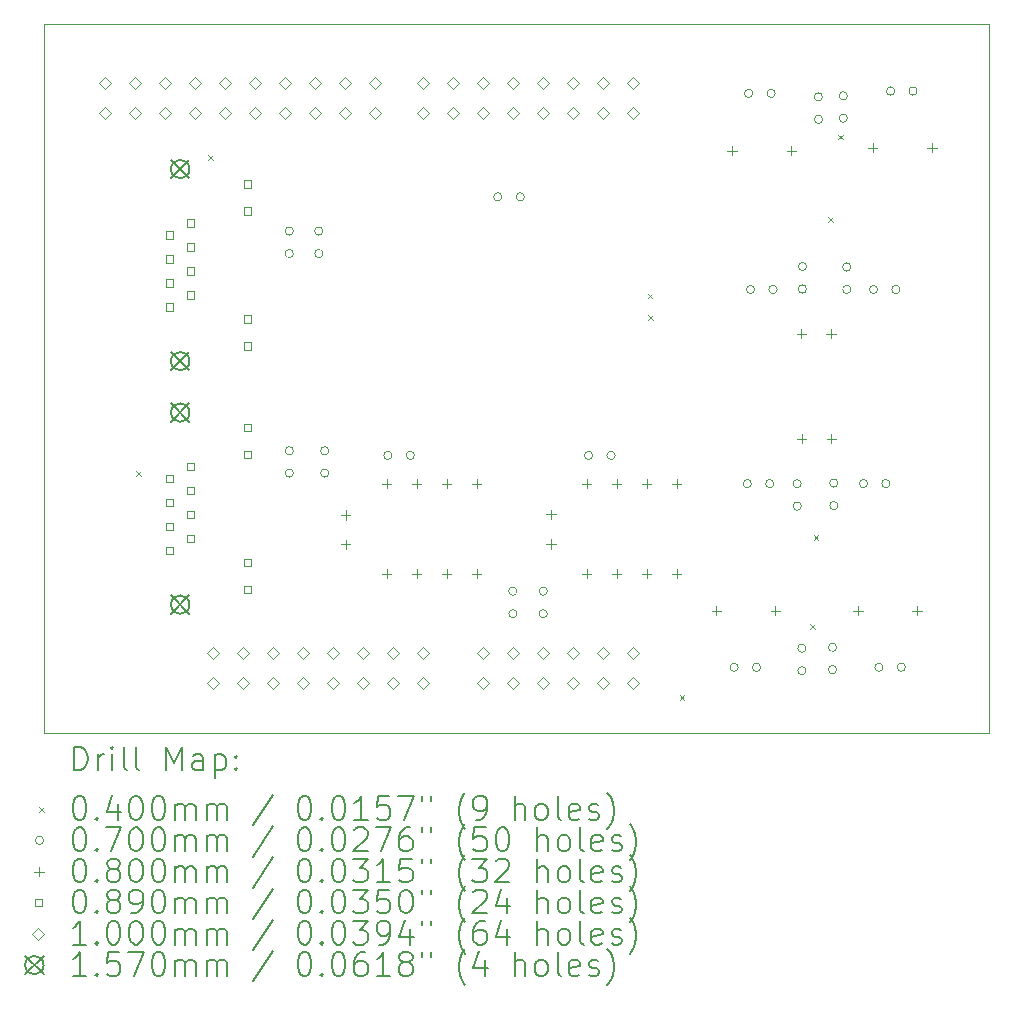
<source format=gbr>
%TF.GenerationSoftware,KiCad,Pcbnew,(6.0.10)*%
%TF.CreationDate,2023-01-13T00:09:33-05:00*%
%TF.ProjectId,shield,73686965-6c64-42e6-9b69-6361645f7063,rev?*%
%TF.SameCoordinates,Original*%
%TF.FileFunction,Drillmap*%
%TF.FilePolarity,Positive*%
%FSLAX45Y45*%
G04 Gerber Fmt 4.5, Leading zero omitted, Abs format (unit mm)*
G04 Created by KiCad (PCBNEW (6.0.10)) date 2023-01-13 00:09:33*
%MOMM*%
%LPD*%
G01*
G04 APERTURE LIST*
%ADD10C,0.100000*%
%ADD11C,0.200000*%
%ADD12C,0.040000*%
%ADD13C,0.070000*%
%ADD14C,0.080000*%
%ADD15C,0.089000*%
%ADD16C,0.157000*%
G04 APERTURE END LIST*
D10*
X7200000Y-6500000D02*
X15200000Y-6500000D01*
X15200000Y-6500000D02*
X15200000Y-12500000D01*
X15200000Y-12500000D02*
X7200000Y-12500000D01*
X7200000Y-12500000D02*
X7200000Y-6500000D01*
D11*
D12*
X7980000Y-10280000D02*
X8020000Y-10320000D01*
X8020000Y-10280000D02*
X7980000Y-10320000D01*
X8590000Y-7605000D02*
X8630000Y-7645000D01*
X8630000Y-7605000D02*
X8590000Y-7645000D01*
X12310000Y-8780000D02*
X12350000Y-8820000D01*
X12350000Y-8780000D02*
X12310000Y-8820000D01*
X12315000Y-8960000D02*
X12355000Y-9000000D01*
X12355000Y-8960000D02*
X12315000Y-9000000D01*
X12580000Y-12180000D02*
X12620000Y-12220000D01*
X12620000Y-12180000D02*
X12580000Y-12220000D01*
X13685000Y-11580000D02*
X13725000Y-11620000D01*
X13725000Y-11580000D02*
X13685000Y-11620000D01*
X13715000Y-10825000D02*
X13755000Y-10865000D01*
X13755000Y-10825000D02*
X13715000Y-10865000D01*
X13835000Y-8135000D02*
X13875000Y-8175000D01*
X13875000Y-8135000D02*
X13835000Y-8175000D01*
X13925000Y-7435000D02*
X13965000Y-7475000D01*
X13965000Y-7435000D02*
X13925000Y-7475000D01*
D13*
X9310000Y-8250500D02*
G75*
G03*
X9310000Y-8250500I-35000J0D01*
G01*
X9310000Y-8440500D02*
G75*
G03*
X9310000Y-8440500I-35000J0D01*
G01*
X9310000Y-10110000D02*
G75*
G03*
X9310000Y-10110000I-35000J0D01*
G01*
X9310000Y-10300000D02*
G75*
G03*
X9310000Y-10300000I-35000J0D01*
G01*
X9560000Y-8250500D02*
G75*
G03*
X9560000Y-8250500I-35000J0D01*
G01*
X9560000Y-8440500D02*
G75*
G03*
X9560000Y-8440500I-35000J0D01*
G01*
X9610000Y-10110000D02*
G75*
G03*
X9610000Y-10110000I-35000J0D01*
G01*
X9610000Y-10300000D02*
G75*
G03*
X9610000Y-10300000I-35000J0D01*
G01*
X10144500Y-10150000D02*
G75*
G03*
X10144500Y-10150000I-35000J0D01*
G01*
X10334500Y-10150000D02*
G75*
G03*
X10334500Y-10150000I-35000J0D01*
G01*
X11075500Y-7960000D02*
G75*
G03*
X11075500Y-7960000I-35000J0D01*
G01*
X11202500Y-11300000D02*
G75*
G03*
X11202500Y-11300000I-35000J0D01*
G01*
X11202500Y-11490000D02*
G75*
G03*
X11202500Y-11490000I-35000J0D01*
G01*
X11265500Y-7960000D02*
G75*
G03*
X11265500Y-7960000I-35000J0D01*
G01*
X11460000Y-11300000D02*
G75*
G03*
X11460000Y-11300000I-35000J0D01*
G01*
X11460000Y-11490000D02*
G75*
G03*
X11460000Y-11490000I-35000J0D01*
G01*
X11844500Y-10150000D02*
G75*
G03*
X11844500Y-10150000I-35000J0D01*
G01*
X12034500Y-10150000D02*
G75*
G03*
X12034500Y-10150000I-35000J0D01*
G01*
X13076000Y-11943750D02*
G75*
G03*
X13076000Y-11943750I-35000J0D01*
G01*
X13188000Y-10388750D02*
G75*
G03*
X13188000Y-10388750I-35000J0D01*
G01*
X13199500Y-7085000D02*
G75*
G03*
X13199500Y-7085000I-35000J0D01*
G01*
X13214500Y-8745000D02*
G75*
G03*
X13214500Y-8745000I-35000J0D01*
G01*
X13266000Y-11943750D02*
G75*
G03*
X13266000Y-11943750I-35000J0D01*
G01*
X13378000Y-10388750D02*
G75*
G03*
X13378000Y-10388750I-35000J0D01*
G01*
X13389500Y-7085000D02*
G75*
G03*
X13389500Y-7085000I-35000J0D01*
G01*
X13404500Y-8745000D02*
G75*
G03*
X13404500Y-8745000I-35000J0D01*
G01*
X13610000Y-10389250D02*
G75*
G03*
X13610000Y-10389250I-35000J0D01*
G01*
X13610000Y-10579250D02*
G75*
G03*
X13610000Y-10579250I-35000J0D01*
G01*
X13650000Y-11782250D02*
G75*
G03*
X13650000Y-11782250I-35000J0D01*
G01*
X13650000Y-11972250D02*
G75*
G03*
X13650000Y-11972250I-35000J0D01*
G01*
X13655000Y-8551000D02*
G75*
G03*
X13655000Y-8551000I-35000J0D01*
G01*
X13655000Y-8741000D02*
G75*
G03*
X13655000Y-8741000I-35000J0D01*
G01*
X13790000Y-7114000D02*
G75*
G03*
X13790000Y-7114000I-35000J0D01*
G01*
X13790000Y-7304000D02*
G75*
G03*
X13790000Y-7304000I-35000J0D01*
G01*
X13910000Y-11774250D02*
G75*
G03*
X13910000Y-11774250I-35000J0D01*
G01*
X13910000Y-11964250D02*
G75*
G03*
X13910000Y-11964250I-35000J0D01*
G01*
X13920000Y-10384250D02*
G75*
G03*
X13920000Y-10384250I-35000J0D01*
G01*
X13920000Y-10574250D02*
G75*
G03*
X13920000Y-10574250I-35000J0D01*
G01*
X14000000Y-7105500D02*
G75*
G03*
X14000000Y-7105500I-35000J0D01*
G01*
X14000000Y-7295500D02*
G75*
G03*
X14000000Y-7295500I-35000J0D01*
G01*
X14030000Y-8554500D02*
G75*
G03*
X14030000Y-8554500I-35000J0D01*
G01*
X14030000Y-8744500D02*
G75*
G03*
X14030000Y-8744500I-35000J0D01*
G01*
X14170500Y-10388750D02*
G75*
G03*
X14170500Y-10388750I-35000J0D01*
G01*
X14255500Y-8745000D02*
G75*
G03*
X14255500Y-8745000I-35000J0D01*
G01*
X14302000Y-11943750D02*
G75*
G03*
X14302000Y-11943750I-35000J0D01*
G01*
X14360500Y-10388750D02*
G75*
G03*
X14360500Y-10388750I-35000J0D01*
G01*
X14400500Y-7065000D02*
G75*
G03*
X14400500Y-7065000I-35000J0D01*
G01*
X14445500Y-8745000D02*
G75*
G03*
X14445500Y-8745000I-35000J0D01*
G01*
X14492000Y-11943750D02*
G75*
G03*
X14492000Y-11943750I-35000J0D01*
G01*
X14590500Y-7065000D02*
G75*
G03*
X14590500Y-7065000I-35000J0D01*
G01*
D14*
X9752000Y-10613400D02*
X9752000Y-10693400D01*
X9712000Y-10653400D02*
X9792000Y-10653400D01*
X9752000Y-10863400D02*
X9752000Y-10943400D01*
X9712000Y-10903400D02*
X9792000Y-10903400D01*
X10100000Y-10348000D02*
X10100000Y-10428000D01*
X10060000Y-10388000D02*
X10140000Y-10388000D01*
X10100000Y-11110000D02*
X10100000Y-11190000D01*
X10060000Y-11150000D02*
X10140000Y-11150000D01*
X10354000Y-10348000D02*
X10354000Y-10428000D01*
X10314000Y-10388000D02*
X10394000Y-10388000D01*
X10354000Y-11110000D02*
X10354000Y-11190000D01*
X10314000Y-11150000D02*
X10394000Y-11150000D01*
X10608000Y-10348000D02*
X10608000Y-10428000D01*
X10568000Y-10388000D02*
X10648000Y-10388000D01*
X10608000Y-11110000D02*
X10608000Y-11190000D01*
X10568000Y-11150000D02*
X10648000Y-11150000D01*
X10862000Y-10348000D02*
X10862000Y-10428000D01*
X10822000Y-10388000D02*
X10902000Y-10388000D01*
X10862000Y-11110000D02*
X10862000Y-11190000D01*
X10822000Y-11150000D02*
X10902000Y-11150000D01*
X11492000Y-10610000D02*
X11492000Y-10690000D01*
X11452000Y-10650000D02*
X11532000Y-10650000D01*
X11492000Y-10860000D02*
X11492000Y-10940000D01*
X11452000Y-10900000D02*
X11532000Y-10900000D01*
X11792000Y-10348000D02*
X11792000Y-10428000D01*
X11752000Y-10388000D02*
X11832000Y-10388000D01*
X11792000Y-11110000D02*
X11792000Y-11190000D01*
X11752000Y-11150000D02*
X11832000Y-11150000D01*
X12046000Y-10348000D02*
X12046000Y-10428000D01*
X12006000Y-10388000D02*
X12086000Y-10388000D01*
X12046000Y-11110000D02*
X12046000Y-11190000D01*
X12006000Y-11150000D02*
X12086000Y-11150000D01*
X12300000Y-10348000D02*
X12300000Y-10428000D01*
X12260000Y-10388000D02*
X12340000Y-10388000D01*
X12300000Y-11110000D02*
X12300000Y-11190000D01*
X12260000Y-11150000D02*
X12340000Y-11150000D01*
X12554000Y-10348000D02*
X12554000Y-10428000D01*
X12514000Y-10388000D02*
X12594000Y-10388000D01*
X12554000Y-11110000D02*
X12554000Y-11190000D01*
X12514000Y-11150000D02*
X12594000Y-11150000D01*
X12891500Y-11423750D02*
X12891500Y-11503750D01*
X12851500Y-11463750D02*
X12931500Y-11463750D01*
X13025000Y-7530000D02*
X13025000Y-7610000D01*
X12985000Y-7570000D02*
X13065000Y-7570000D01*
X13391500Y-11423750D02*
X13391500Y-11503750D01*
X13351500Y-11463750D02*
X13431500Y-11463750D01*
X13525000Y-7530000D02*
X13525000Y-7610000D01*
X13485000Y-7570000D02*
X13565000Y-7570000D01*
X13611022Y-9080000D02*
X13611022Y-9160000D01*
X13571022Y-9120000D02*
X13651022Y-9120000D01*
X13613978Y-9968750D02*
X13613978Y-10048750D01*
X13573978Y-10008750D02*
X13653978Y-10008750D01*
X13861022Y-9080000D02*
X13861022Y-9160000D01*
X13821022Y-9120000D02*
X13901022Y-9120000D01*
X13863978Y-9968750D02*
X13863978Y-10048750D01*
X13823978Y-10008750D02*
X13903978Y-10008750D01*
X14091500Y-11423750D02*
X14091500Y-11503750D01*
X14051500Y-11463750D02*
X14131500Y-11463750D01*
X14215000Y-7505000D02*
X14215000Y-7585000D01*
X14175000Y-7545000D02*
X14255000Y-7545000D01*
X14591500Y-11423750D02*
X14591500Y-11503750D01*
X14551500Y-11463750D02*
X14631500Y-11463750D01*
X14715000Y-7505000D02*
X14715000Y-7585000D01*
X14675000Y-7545000D02*
X14755000Y-7545000D01*
D15*
X8293967Y-8316867D02*
X8293967Y-8253933D01*
X8231033Y-8253933D01*
X8231033Y-8316867D01*
X8293967Y-8316867D01*
X8293967Y-8520067D02*
X8293967Y-8457133D01*
X8231033Y-8457133D01*
X8231033Y-8520067D01*
X8293967Y-8520067D01*
X8293967Y-8723267D02*
X8293967Y-8660333D01*
X8231033Y-8660333D01*
X8231033Y-8723267D01*
X8293967Y-8723267D01*
X8293967Y-8926467D02*
X8293967Y-8863533D01*
X8231033Y-8863533D01*
X8231033Y-8926467D01*
X8293967Y-8926467D01*
X8293967Y-10377867D02*
X8293967Y-10314933D01*
X8231033Y-10314933D01*
X8231033Y-10377867D01*
X8293967Y-10377867D01*
X8293967Y-10581067D02*
X8293967Y-10518133D01*
X8231033Y-10518133D01*
X8231033Y-10581067D01*
X8293967Y-10581067D01*
X8293967Y-10784267D02*
X8293967Y-10721333D01*
X8231033Y-10721333D01*
X8231033Y-10784267D01*
X8293967Y-10784267D01*
X8293967Y-10987467D02*
X8293967Y-10924533D01*
X8231033Y-10924533D01*
X8231033Y-10987467D01*
X8293967Y-10987467D01*
X8471967Y-8215267D02*
X8471967Y-8152333D01*
X8409033Y-8152333D01*
X8409033Y-8215267D01*
X8471967Y-8215267D01*
X8471967Y-8418467D02*
X8471967Y-8355533D01*
X8409033Y-8355533D01*
X8409033Y-8418467D01*
X8471967Y-8418467D01*
X8471967Y-8621667D02*
X8471967Y-8558733D01*
X8409033Y-8558733D01*
X8409033Y-8621667D01*
X8471967Y-8621667D01*
X8471967Y-8824867D02*
X8471967Y-8761933D01*
X8409033Y-8761933D01*
X8409033Y-8824867D01*
X8471967Y-8824867D01*
X8471967Y-10276267D02*
X8471967Y-10213333D01*
X8409033Y-10213333D01*
X8409033Y-10276267D01*
X8471967Y-10276267D01*
X8471967Y-10479467D02*
X8471967Y-10416533D01*
X8409033Y-10416533D01*
X8409033Y-10479467D01*
X8471967Y-10479467D01*
X8471967Y-10682667D02*
X8471967Y-10619733D01*
X8409033Y-10619733D01*
X8409033Y-10682667D01*
X8471967Y-10682667D01*
X8471967Y-10885867D02*
X8471967Y-10822933D01*
X8409033Y-10822933D01*
X8409033Y-10885867D01*
X8471967Y-10885867D01*
X8953967Y-7884467D02*
X8953967Y-7821533D01*
X8891033Y-7821533D01*
X8891033Y-7884467D01*
X8953967Y-7884467D01*
X8953967Y-8113467D02*
X8953967Y-8050533D01*
X8891033Y-8050533D01*
X8891033Y-8113467D01*
X8953967Y-8113467D01*
X8953967Y-9027467D02*
X8953967Y-8964533D01*
X8891033Y-8964533D01*
X8891033Y-9027467D01*
X8953967Y-9027467D01*
X8953967Y-9256467D02*
X8953967Y-9193533D01*
X8891033Y-9193533D01*
X8891033Y-9256467D01*
X8953967Y-9256467D01*
X8953967Y-9945467D02*
X8953967Y-9882533D01*
X8891033Y-9882533D01*
X8891033Y-9945467D01*
X8953967Y-9945467D01*
X8953967Y-10174467D02*
X8953967Y-10111533D01*
X8891033Y-10111533D01*
X8891033Y-10174467D01*
X8953967Y-10174467D01*
X8953967Y-11088467D02*
X8953967Y-11025533D01*
X8891033Y-11025533D01*
X8891033Y-11088467D01*
X8953967Y-11088467D01*
X8953967Y-11317467D02*
X8953967Y-11254533D01*
X8891033Y-11254533D01*
X8891033Y-11317467D01*
X8953967Y-11317467D01*
D10*
X7714000Y-7050000D02*
X7764000Y-7000000D01*
X7714000Y-6950000D01*
X7664000Y-7000000D01*
X7714000Y-7050000D01*
X7714000Y-7304000D02*
X7764000Y-7254000D01*
X7714000Y-7204000D01*
X7664000Y-7254000D01*
X7714000Y-7304000D01*
X7968000Y-7050000D02*
X8018000Y-7000000D01*
X7968000Y-6950000D01*
X7918000Y-7000000D01*
X7968000Y-7050000D01*
X7968000Y-7304000D02*
X8018000Y-7254000D01*
X7968000Y-7204000D01*
X7918000Y-7254000D01*
X7968000Y-7304000D01*
X8222000Y-7050000D02*
X8272000Y-7000000D01*
X8222000Y-6950000D01*
X8172000Y-7000000D01*
X8222000Y-7050000D01*
X8222000Y-7304000D02*
X8272000Y-7254000D01*
X8222000Y-7204000D01*
X8172000Y-7254000D01*
X8222000Y-7304000D01*
X8476000Y-7050000D02*
X8526000Y-7000000D01*
X8476000Y-6950000D01*
X8426000Y-7000000D01*
X8476000Y-7050000D01*
X8476000Y-7304000D02*
X8526000Y-7254000D01*
X8476000Y-7204000D01*
X8426000Y-7254000D01*
X8476000Y-7304000D01*
X8628400Y-11876000D02*
X8678400Y-11826000D01*
X8628400Y-11776000D01*
X8578400Y-11826000D01*
X8628400Y-11876000D01*
X8628400Y-12130000D02*
X8678400Y-12080000D01*
X8628400Y-12030000D01*
X8578400Y-12080000D01*
X8628400Y-12130000D01*
X8730000Y-7050000D02*
X8780000Y-7000000D01*
X8730000Y-6950000D01*
X8680000Y-7000000D01*
X8730000Y-7050000D01*
X8730000Y-7304000D02*
X8780000Y-7254000D01*
X8730000Y-7204000D01*
X8680000Y-7254000D01*
X8730000Y-7304000D01*
X8882400Y-11876000D02*
X8932400Y-11826000D01*
X8882400Y-11776000D01*
X8832400Y-11826000D01*
X8882400Y-11876000D01*
X8882400Y-12130000D02*
X8932400Y-12080000D01*
X8882400Y-12030000D01*
X8832400Y-12080000D01*
X8882400Y-12130000D01*
X8984000Y-7050000D02*
X9034000Y-7000000D01*
X8984000Y-6950000D01*
X8934000Y-7000000D01*
X8984000Y-7050000D01*
X8984000Y-7304000D02*
X9034000Y-7254000D01*
X8984000Y-7204000D01*
X8934000Y-7254000D01*
X8984000Y-7304000D01*
X9136400Y-11876000D02*
X9186400Y-11826000D01*
X9136400Y-11776000D01*
X9086400Y-11826000D01*
X9136400Y-11876000D01*
X9136400Y-12130000D02*
X9186400Y-12080000D01*
X9136400Y-12030000D01*
X9086400Y-12080000D01*
X9136400Y-12130000D01*
X9238000Y-7050000D02*
X9288000Y-7000000D01*
X9238000Y-6950000D01*
X9188000Y-7000000D01*
X9238000Y-7050000D01*
X9238000Y-7304000D02*
X9288000Y-7254000D01*
X9238000Y-7204000D01*
X9188000Y-7254000D01*
X9238000Y-7304000D01*
X9390400Y-11876000D02*
X9440400Y-11826000D01*
X9390400Y-11776000D01*
X9340400Y-11826000D01*
X9390400Y-11876000D01*
X9390400Y-12130000D02*
X9440400Y-12080000D01*
X9390400Y-12030000D01*
X9340400Y-12080000D01*
X9390400Y-12130000D01*
X9492000Y-7050000D02*
X9542000Y-7000000D01*
X9492000Y-6950000D01*
X9442000Y-7000000D01*
X9492000Y-7050000D01*
X9492000Y-7304000D02*
X9542000Y-7254000D01*
X9492000Y-7204000D01*
X9442000Y-7254000D01*
X9492000Y-7304000D01*
X9644400Y-11876000D02*
X9694400Y-11826000D01*
X9644400Y-11776000D01*
X9594400Y-11826000D01*
X9644400Y-11876000D01*
X9644400Y-12130000D02*
X9694400Y-12080000D01*
X9644400Y-12030000D01*
X9594400Y-12080000D01*
X9644400Y-12130000D01*
X9746000Y-7050000D02*
X9796000Y-7000000D01*
X9746000Y-6950000D01*
X9696000Y-7000000D01*
X9746000Y-7050000D01*
X9746000Y-7304000D02*
X9796000Y-7254000D01*
X9746000Y-7204000D01*
X9696000Y-7254000D01*
X9746000Y-7304000D01*
X9898400Y-11876000D02*
X9948400Y-11826000D01*
X9898400Y-11776000D01*
X9848400Y-11826000D01*
X9898400Y-11876000D01*
X9898400Y-12130000D02*
X9948400Y-12080000D01*
X9898400Y-12030000D01*
X9848400Y-12080000D01*
X9898400Y-12130000D01*
X10000000Y-7050000D02*
X10050000Y-7000000D01*
X10000000Y-6950000D01*
X9950000Y-7000000D01*
X10000000Y-7050000D01*
X10000000Y-7304000D02*
X10050000Y-7254000D01*
X10000000Y-7204000D01*
X9950000Y-7254000D01*
X10000000Y-7304000D01*
X10152400Y-11876000D02*
X10202400Y-11826000D01*
X10152400Y-11776000D01*
X10102400Y-11826000D01*
X10152400Y-11876000D01*
X10152400Y-12130000D02*
X10202400Y-12080000D01*
X10152400Y-12030000D01*
X10102400Y-12080000D01*
X10152400Y-12130000D01*
X10406400Y-7050000D02*
X10456400Y-7000000D01*
X10406400Y-6950000D01*
X10356400Y-7000000D01*
X10406400Y-7050000D01*
X10406400Y-7304000D02*
X10456400Y-7254000D01*
X10406400Y-7204000D01*
X10356400Y-7254000D01*
X10406400Y-7304000D01*
X10406400Y-11876000D02*
X10456400Y-11826000D01*
X10406400Y-11776000D01*
X10356400Y-11826000D01*
X10406400Y-11876000D01*
X10406400Y-12130000D02*
X10456400Y-12080000D01*
X10406400Y-12030000D01*
X10356400Y-12080000D01*
X10406400Y-12130000D01*
X10660400Y-7050000D02*
X10710400Y-7000000D01*
X10660400Y-6950000D01*
X10610400Y-7000000D01*
X10660400Y-7050000D01*
X10660400Y-7304000D02*
X10710400Y-7254000D01*
X10660400Y-7204000D01*
X10610400Y-7254000D01*
X10660400Y-7304000D01*
X10914400Y-7050000D02*
X10964400Y-7000000D01*
X10914400Y-6950000D01*
X10864400Y-7000000D01*
X10914400Y-7050000D01*
X10914400Y-7304000D02*
X10964400Y-7254000D01*
X10914400Y-7204000D01*
X10864400Y-7254000D01*
X10914400Y-7304000D01*
X10914400Y-11876000D02*
X10964400Y-11826000D01*
X10914400Y-11776000D01*
X10864400Y-11826000D01*
X10914400Y-11876000D01*
X10914400Y-12130000D02*
X10964400Y-12080000D01*
X10914400Y-12030000D01*
X10864400Y-12080000D01*
X10914400Y-12130000D01*
X11168400Y-7050000D02*
X11218400Y-7000000D01*
X11168400Y-6950000D01*
X11118400Y-7000000D01*
X11168400Y-7050000D01*
X11168400Y-7304000D02*
X11218400Y-7254000D01*
X11168400Y-7204000D01*
X11118400Y-7254000D01*
X11168400Y-7304000D01*
X11168400Y-11876000D02*
X11218400Y-11826000D01*
X11168400Y-11776000D01*
X11118400Y-11826000D01*
X11168400Y-11876000D01*
X11168400Y-12130000D02*
X11218400Y-12080000D01*
X11168400Y-12030000D01*
X11118400Y-12080000D01*
X11168400Y-12130000D01*
X11422400Y-7050000D02*
X11472400Y-7000000D01*
X11422400Y-6950000D01*
X11372400Y-7000000D01*
X11422400Y-7050000D01*
X11422400Y-7304000D02*
X11472400Y-7254000D01*
X11422400Y-7204000D01*
X11372400Y-7254000D01*
X11422400Y-7304000D01*
X11422400Y-11876000D02*
X11472400Y-11826000D01*
X11422400Y-11776000D01*
X11372400Y-11826000D01*
X11422400Y-11876000D01*
X11422400Y-12130000D02*
X11472400Y-12080000D01*
X11422400Y-12030000D01*
X11372400Y-12080000D01*
X11422400Y-12130000D01*
X11676400Y-7050000D02*
X11726400Y-7000000D01*
X11676400Y-6950000D01*
X11626400Y-7000000D01*
X11676400Y-7050000D01*
X11676400Y-7304000D02*
X11726400Y-7254000D01*
X11676400Y-7204000D01*
X11626400Y-7254000D01*
X11676400Y-7304000D01*
X11676400Y-11876000D02*
X11726400Y-11826000D01*
X11676400Y-11776000D01*
X11626400Y-11826000D01*
X11676400Y-11876000D01*
X11676400Y-12130000D02*
X11726400Y-12080000D01*
X11676400Y-12030000D01*
X11626400Y-12080000D01*
X11676400Y-12130000D01*
X11930400Y-7050000D02*
X11980400Y-7000000D01*
X11930400Y-6950000D01*
X11880400Y-7000000D01*
X11930400Y-7050000D01*
X11930400Y-7304000D02*
X11980400Y-7254000D01*
X11930400Y-7204000D01*
X11880400Y-7254000D01*
X11930400Y-7304000D01*
X11930400Y-11876000D02*
X11980400Y-11826000D01*
X11930400Y-11776000D01*
X11880400Y-11826000D01*
X11930400Y-11876000D01*
X11930400Y-12130000D02*
X11980400Y-12080000D01*
X11930400Y-12030000D01*
X11880400Y-12080000D01*
X11930400Y-12130000D01*
X12184400Y-7304000D02*
X12234400Y-7254000D01*
X12184400Y-7204000D01*
X12134400Y-7254000D01*
X12184400Y-7304000D01*
X12184400Y-11876000D02*
X12234400Y-11826000D01*
X12184400Y-11776000D01*
X12134400Y-11826000D01*
X12184400Y-11876000D01*
X12184400Y-12130000D02*
X12234400Y-12080000D01*
X12184400Y-12030000D01*
X12134400Y-12080000D01*
X12184400Y-12130000D01*
X12187500Y-7050000D02*
X12237500Y-7000000D01*
X12187500Y-6950000D01*
X12137500Y-7000000D01*
X12187500Y-7050000D01*
D16*
X8273000Y-7647500D02*
X8430000Y-7804500D01*
X8430000Y-7647500D02*
X8273000Y-7804500D01*
X8430000Y-7726000D02*
G75*
G03*
X8430000Y-7726000I-78500J0D01*
G01*
X8273000Y-9273500D02*
X8430000Y-9430500D01*
X8430000Y-9273500D02*
X8273000Y-9430500D01*
X8430000Y-9352000D02*
G75*
G03*
X8430000Y-9352000I-78500J0D01*
G01*
X8273000Y-9708500D02*
X8430000Y-9865500D01*
X8430000Y-9708500D02*
X8273000Y-9865500D01*
X8430000Y-9787000D02*
G75*
G03*
X8430000Y-9787000I-78500J0D01*
G01*
X8273000Y-11334500D02*
X8430000Y-11491500D01*
X8430000Y-11334500D02*
X8273000Y-11491500D01*
X8430000Y-11413000D02*
G75*
G03*
X8430000Y-11413000I-78500J0D01*
G01*
D11*
X7452619Y-12815476D02*
X7452619Y-12615476D01*
X7500238Y-12615476D01*
X7528809Y-12625000D01*
X7547857Y-12644048D01*
X7557381Y-12663095D01*
X7566905Y-12701190D01*
X7566905Y-12729762D01*
X7557381Y-12767857D01*
X7547857Y-12786905D01*
X7528809Y-12805952D01*
X7500238Y-12815476D01*
X7452619Y-12815476D01*
X7652619Y-12815476D02*
X7652619Y-12682143D01*
X7652619Y-12720238D02*
X7662143Y-12701190D01*
X7671667Y-12691667D01*
X7690714Y-12682143D01*
X7709762Y-12682143D01*
X7776428Y-12815476D02*
X7776428Y-12682143D01*
X7776428Y-12615476D02*
X7766905Y-12625000D01*
X7776428Y-12634524D01*
X7785952Y-12625000D01*
X7776428Y-12615476D01*
X7776428Y-12634524D01*
X7900238Y-12815476D02*
X7881190Y-12805952D01*
X7871667Y-12786905D01*
X7871667Y-12615476D01*
X8005000Y-12815476D02*
X7985952Y-12805952D01*
X7976428Y-12786905D01*
X7976428Y-12615476D01*
X8233571Y-12815476D02*
X8233571Y-12615476D01*
X8300238Y-12758333D01*
X8366905Y-12615476D01*
X8366905Y-12815476D01*
X8547857Y-12815476D02*
X8547857Y-12710714D01*
X8538333Y-12691667D01*
X8519286Y-12682143D01*
X8481190Y-12682143D01*
X8462143Y-12691667D01*
X8547857Y-12805952D02*
X8528810Y-12815476D01*
X8481190Y-12815476D01*
X8462143Y-12805952D01*
X8452619Y-12786905D01*
X8452619Y-12767857D01*
X8462143Y-12748809D01*
X8481190Y-12739286D01*
X8528810Y-12739286D01*
X8547857Y-12729762D01*
X8643095Y-12682143D02*
X8643095Y-12882143D01*
X8643095Y-12691667D02*
X8662143Y-12682143D01*
X8700238Y-12682143D01*
X8719286Y-12691667D01*
X8728810Y-12701190D01*
X8738333Y-12720238D01*
X8738333Y-12777381D01*
X8728810Y-12796428D01*
X8719286Y-12805952D01*
X8700238Y-12815476D01*
X8662143Y-12815476D01*
X8643095Y-12805952D01*
X8824048Y-12796428D02*
X8833571Y-12805952D01*
X8824048Y-12815476D01*
X8814524Y-12805952D01*
X8824048Y-12796428D01*
X8824048Y-12815476D01*
X8824048Y-12691667D02*
X8833571Y-12701190D01*
X8824048Y-12710714D01*
X8814524Y-12701190D01*
X8824048Y-12691667D01*
X8824048Y-12710714D01*
D12*
X7155000Y-13125000D02*
X7195000Y-13165000D01*
X7195000Y-13125000D02*
X7155000Y-13165000D01*
D11*
X7490714Y-13035476D02*
X7509762Y-13035476D01*
X7528809Y-13045000D01*
X7538333Y-13054524D01*
X7547857Y-13073571D01*
X7557381Y-13111667D01*
X7557381Y-13159286D01*
X7547857Y-13197381D01*
X7538333Y-13216428D01*
X7528809Y-13225952D01*
X7509762Y-13235476D01*
X7490714Y-13235476D01*
X7471667Y-13225952D01*
X7462143Y-13216428D01*
X7452619Y-13197381D01*
X7443095Y-13159286D01*
X7443095Y-13111667D01*
X7452619Y-13073571D01*
X7462143Y-13054524D01*
X7471667Y-13045000D01*
X7490714Y-13035476D01*
X7643095Y-13216428D02*
X7652619Y-13225952D01*
X7643095Y-13235476D01*
X7633571Y-13225952D01*
X7643095Y-13216428D01*
X7643095Y-13235476D01*
X7824048Y-13102143D02*
X7824048Y-13235476D01*
X7776428Y-13025952D02*
X7728809Y-13168809D01*
X7852619Y-13168809D01*
X7966905Y-13035476D02*
X7985952Y-13035476D01*
X8005000Y-13045000D01*
X8014524Y-13054524D01*
X8024048Y-13073571D01*
X8033571Y-13111667D01*
X8033571Y-13159286D01*
X8024048Y-13197381D01*
X8014524Y-13216428D01*
X8005000Y-13225952D01*
X7985952Y-13235476D01*
X7966905Y-13235476D01*
X7947857Y-13225952D01*
X7938333Y-13216428D01*
X7928809Y-13197381D01*
X7919286Y-13159286D01*
X7919286Y-13111667D01*
X7928809Y-13073571D01*
X7938333Y-13054524D01*
X7947857Y-13045000D01*
X7966905Y-13035476D01*
X8157381Y-13035476D02*
X8176428Y-13035476D01*
X8195476Y-13045000D01*
X8205000Y-13054524D01*
X8214524Y-13073571D01*
X8224048Y-13111667D01*
X8224048Y-13159286D01*
X8214524Y-13197381D01*
X8205000Y-13216428D01*
X8195476Y-13225952D01*
X8176428Y-13235476D01*
X8157381Y-13235476D01*
X8138333Y-13225952D01*
X8128809Y-13216428D01*
X8119286Y-13197381D01*
X8109762Y-13159286D01*
X8109762Y-13111667D01*
X8119286Y-13073571D01*
X8128809Y-13054524D01*
X8138333Y-13045000D01*
X8157381Y-13035476D01*
X8309762Y-13235476D02*
X8309762Y-13102143D01*
X8309762Y-13121190D02*
X8319286Y-13111667D01*
X8338333Y-13102143D01*
X8366905Y-13102143D01*
X8385952Y-13111667D01*
X8395476Y-13130714D01*
X8395476Y-13235476D01*
X8395476Y-13130714D02*
X8405000Y-13111667D01*
X8424048Y-13102143D01*
X8452619Y-13102143D01*
X8471667Y-13111667D01*
X8481190Y-13130714D01*
X8481190Y-13235476D01*
X8576429Y-13235476D02*
X8576429Y-13102143D01*
X8576429Y-13121190D02*
X8585952Y-13111667D01*
X8605000Y-13102143D01*
X8633571Y-13102143D01*
X8652619Y-13111667D01*
X8662143Y-13130714D01*
X8662143Y-13235476D01*
X8662143Y-13130714D02*
X8671667Y-13111667D01*
X8690714Y-13102143D01*
X8719286Y-13102143D01*
X8738333Y-13111667D01*
X8747857Y-13130714D01*
X8747857Y-13235476D01*
X9138333Y-13025952D02*
X8966905Y-13283095D01*
X9395476Y-13035476D02*
X9414524Y-13035476D01*
X9433571Y-13045000D01*
X9443095Y-13054524D01*
X9452619Y-13073571D01*
X9462143Y-13111667D01*
X9462143Y-13159286D01*
X9452619Y-13197381D01*
X9443095Y-13216428D01*
X9433571Y-13225952D01*
X9414524Y-13235476D01*
X9395476Y-13235476D01*
X9376429Y-13225952D01*
X9366905Y-13216428D01*
X9357381Y-13197381D01*
X9347857Y-13159286D01*
X9347857Y-13111667D01*
X9357381Y-13073571D01*
X9366905Y-13054524D01*
X9376429Y-13045000D01*
X9395476Y-13035476D01*
X9547857Y-13216428D02*
X9557381Y-13225952D01*
X9547857Y-13235476D01*
X9538333Y-13225952D01*
X9547857Y-13216428D01*
X9547857Y-13235476D01*
X9681190Y-13035476D02*
X9700238Y-13035476D01*
X9719286Y-13045000D01*
X9728810Y-13054524D01*
X9738333Y-13073571D01*
X9747857Y-13111667D01*
X9747857Y-13159286D01*
X9738333Y-13197381D01*
X9728810Y-13216428D01*
X9719286Y-13225952D01*
X9700238Y-13235476D01*
X9681190Y-13235476D01*
X9662143Y-13225952D01*
X9652619Y-13216428D01*
X9643095Y-13197381D01*
X9633571Y-13159286D01*
X9633571Y-13111667D01*
X9643095Y-13073571D01*
X9652619Y-13054524D01*
X9662143Y-13045000D01*
X9681190Y-13035476D01*
X9938333Y-13235476D02*
X9824048Y-13235476D01*
X9881190Y-13235476D02*
X9881190Y-13035476D01*
X9862143Y-13064048D01*
X9843095Y-13083095D01*
X9824048Y-13092619D01*
X10119286Y-13035476D02*
X10024048Y-13035476D01*
X10014524Y-13130714D01*
X10024048Y-13121190D01*
X10043095Y-13111667D01*
X10090714Y-13111667D01*
X10109762Y-13121190D01*
X10119286Y-13130714D01*
X10128810Y-13149762D01*
X10128810Y-13197381D01*
X10119286Y-13216428D01*
X10109762Y-13225952D01*
X10090714Y-13235476D01*
X10043095Y-13235476D01*
X10024048Y-13225952D01*
X10014524Y-13216428D01*
X10195476Y-13035476D02*
X10328810Y-13035476D01*
X10243095Y-13235476D01*
X10395476Y-13035476D02*
X10395476Y-13073571D01*
X10471667Y-13035476D02*
X10471667Y-13073571D01*
X10766905Y-13311667D02*
X10757381Y-13302143D01*
X10738333Y-13273571D01*
X10728810Y-13254524D01*
X10719286Y-13225952D01*
X10709762Y-13178333D01*
X10709762Y-13140238D01*
X10719286Y-13092619D01*
X10728810Y-13064048D01*
X10738333Y-13045000D01*
X10757381Y-13016428D01*
X10766905Y-13006905D01*
X10852619Y-13235476D02*
X10890714Y-13235476D01*
X10909762Y-13225952D01*
X10919286Y-13216428D01*
X10938333Y-13187857D01*
X10947857Y-13149762D01*
X10947857Y-13073571D01*
X10938333Y-13054524D01*
X10928810Y-13045000D01*
X10909762Y-13035476D01*
X10871667Y-13035476D01*
X10852619Y-13045000D01*
X10843095Y-13054524D01*
X10833571Y-13073571D01*
X10833571Y-13121190D01*
X10843095Y-13140238D01*
X10852619Y-13149762D01*
X10871667Y-13159286D01*
X10909762Y-13159286D01*
X10928810Y-13149762D01*
X10938333Y-13140238D01*
X10947857Y-13121190D01*
X11185952Y-13235476D02*
X11185952Y-13035476D01*
X11271667Y-13235476D02*
X11271667Y-13130714D01*
X11262143Y-13111667D01*
X11243095Y-13102143D01*
X11214524Y-13102143D01*
X11195476Y-13111667D01*
X11185952Y-13121190D01*
X11395476Y-13235476D02*
X11376428Y-13225952D01*
X11366905Y-13216428D01*
X11357381Y-13197381D01*
X11357381Y-13140238D01*
X11366905Y-13121190D01*
X11376428Y-13111667D01*
X11395476Y-13102143D01*
X11424048Y-13102143D01*
X11443095Y-13111667D01*
X11452619Y-13121190D01*
X11462143Y-13140238D01*
X11462143Y-13197381D01*
X11452619Y-13216428D01*
X11443095Y-13225952D01*
X11424048Y-13235476D01*
X11395476Y-13235476D01*
X11576428Y-13235476D02*
X11557381Y-13225952D01*
X11547857Y-13206905D01*
X11547857Y-13035476D01*
X11728809Y-13225952D02*
X11709762Y-13235476D01*
X11671667Y-13235476D01*
X11652619Y-13225952D01*
X11643095Y-13206905D01*
X11643095Y-13130714D01*
X11652619Y-13111667D01*
X11671667Y-13102143D01*
X11709762Y-13102143D01*
X11728809Y-13111667D01*
X11738333Y-13130714D01*
X11738333Y-13149762D01*
X11643095Y-13168809D01*
X11814524Y-13225952D02*
X11833571Y-13235476D01*
X11871667Y-13235476D01*
X11890714Y-13225952D01*
X11900238Y-13206905D01*
X11900238Y-13197381D01*
X11890714Y-13178333D01*
X11871667Y-13168809D01*
X11843095Y-13168809D01*
X11824048Y-13159286D01*
X11814524Y-13140238D01*
X11814524Y-13130714D01*
X11824048Y-13111667D01*
X11843095Y-13102143D01*
X11871667Y-13102143D01*
X11890714Y-13111667D01*
X11966905Y-13311667D02*
X11976428Y-13302143D01*
X11995476Y-13273571D01*
X12005000Y-13254524D01*
X12014524Y-13225952D01*
X12024048Y-13178333D01*
X12024048Y-13140238D01*
X12014524Y-13092619D01*
X12005000Y-13064048D01*
X11995476Y-13045000D01*
X11976428Y-13016428D01*
X11966905Y-13006905D01*
D13*
X7195000Y-13409000D02*
G75*
G03*
X7195000Y-13409000I-35000J0D01*
G01*
D11*
X7490714Y-13299476D02*
X7509762Y-13299476D01*
X7528809Y-13309000D01*
X7538333Y-13318524D01*
X7547857Y-13337571D01*
X7557381Y-13375667D01*
X7557381Y-13423286D01*
X7547857Y-13461381D01*
X7538333Y-13480428D01*
X7528809Y-13489952D01*
X7509762Y-13499476D01*
X7490714Y-13499476D01*
X7471667Y-13489952D01*
X7462143Y-13480428D01*
X7452619Y-13461381D01*
X7443095Y-13423286D01*
X7443095Y-13375667D01*
X7452619Y-13337571D01*
X7462143Y-13318524D01*
X7471667Y-13309000D01*
X7490714Y-13299476D01*
X7643095Y-13480428D02*
X7652619Y-13489952D01*
X7643095Y-13499476D01*
X7633571Y-13489952D01*
X7643095Y-13480428D01*
X7643095Y-13499476D01*
X7719286Y-13299476D02*
X7852619Y-13299476D01*
X7766905Y-13499476D01*
X7966905Y-13299476D02*
X7985952Y-13299476D01*
X8005000Y-13309000D01*
X8014524Y-13318524D01*
X8024048Y-13337571D01*
X8033571Y-13375667D01*
X8033571Y-13423286D01*
X8024048Y-13461381D01*
X8014524Y-13480428D01*
X8005000Y-13489952D01*
X7985952Y-13499476D01*
X7966905Y-13499476D01*
X7947857Y-13489952D01*
X7938333Y-13480428D01*
X7928809Y-13461381D01*
X7919286Y-13423286D01*
X7919286Y-13375667D01*
X7928809Y-13337571D01*
X7938333Y-13318524D01*
X7947857Y-13309000D01*
X7966905Y-13299476D01*
X8157381Y-13299476D02*
X8176428Y-13299476D01*
X8195476Y-13309000D01*
X8205000Y-13318524D01*
X8214524Y-13337571D01*
X8224048Y-13375667D01*
X8224048Y-13423286D01*
X8214524Y-13461381D01*
X8205000Y-13480428D01*
X8195476Y-13489952D01*
X8176428Y-13499476D01*
X8157381Y-13499476D01*
X8138333Y-13489952D01*
X8128809Y-13480428D01*
X8119286Y-13461381D01*
X8109762Y-13423286D01*
X8109762Y-13375667D01*
X8119286Y-13337571D01*
X8128809Y-13318524D01*
X8138333Y-13309000D01*
X8157381Y-13299476D01*
X8309762Y-13499476D02*
X8309762Y-13366143D01*
X8309762Y-13385190D02*
X8319286Y-13375667D01*
X8338333Y-13366143D01*
X8366905Y-13366143D01*
X8385952Y-13375667D01*
X8395476Y-13394714D01*
X8395476Y-13499476D01*
X8395476Y-13394714D02*
X8405000Y-13375667D01*
X8424048Y-13366143D01*
X8452619Y-13366143D01*
X8471667Y-13375667D01*
X8481190Y-13394714D01*
X8481190Y-13499476D01*
X8576429Y-13499476D02*
X8576429Y-13366143D01*
X8576429Y-13385190D02*
X8585952Y-13375667D01*
X8605000Y-13366143D01*
X8633571Y-13366143D01*
X8652619Y-13375667D01*
X8662143Y-13394714D01*
X8662143Y-13499476D01*
X8662143Y-13394714D02*
X8671667Y-13375667D01*
X8690714Y-13366143D01*
X8719286Y-13366143D01*
X8738333Y-13375667D01*
X8747857Y-13394714D01*
X8747857Y-13499476D01*
X9138333Y-13289952D02*
X8966905Y-13547095D01*
X9395476Y-13299476D02*
X9414524Y-13299476D01*
X9433571Y-13309000D01*
X9443095Y-13318524D01*
X9452619Y-13337571D01*
X9462143Y-13375667D01*
X9462143Y-13423286D01*
X9452619Y-13461381D01*
X9443095Y-13480428D01*
X9433571Y-13489952D01*
X9414524Y-13499476D01*
X9395476Y-13499476D01*
X9376429Y-13489952D01*
X9366905Y-13480428D01*
X9357381Y-13461381D01*
X9347857Y-13423286D01*
X9347857Y-13375667D01*
X9357381Y-13337571D01*
X9366905Y-13318524D01*
X9376429Y-13309000D01*
X9395476Y-13299476D01*
X9547857Y-13480428D02*
X9557381Y-13489952D01*
X9547857Y-13499476D01*
X9538333Y-13489952D01*
X9547857Y-13480428D01*
X9547857Y-13499476D01*
X9681190Y-13299476D02*
X9700238Y-13299476D01*
X9719286Y-13309000D01*
X9728810Y-13318524D01*
X9738333Y-13337571D01*
X9747857Y-13375667D01*
X9747857Y-13423286D01*
X9738333Y-13461381D01*
X9728810Y-13480428D01*
X9719286Y-13489952D01*
X9700238Y-13499476D01*
X9681190Y-13499476D01*
X9662143Y-13489952D01*
X9652619Y-13480428D01*
X9643095Y-13461381D01*
X9633571Y-13423286D01*
X9633571Y-13375667D01*
X9643095Y-13337571D01*
X9652619Y-13318524D01*
X9662143Y-13309000D01*
X9681190Y-13299476D01*
X9824048Y-13318524D02*
X9833571Y-13309000D01*
X9852619Y-13299476D01*
X9900238Y-13299476D01*
X9919286Y-13309000D01*
X9928810Y-13318524D01*
X9938333Y-13337571D01*
X9938333Y-13356619D01*
X9928810Y-13385190D01*
X9814524Y-13499476D01*
X9938333Y-13499476D01*
X10005000Y-13299476D02*
X10138333Y-13299476D01*
X10052619Y-13499476D01*
X10300238Y-13299476D02*
X10262143Y-13299476D01*
X10243095Y-13309000D01*
X10233571Y-13318524D01*
X10214524Y-13347095D01*
X10205000Y-13385190D01*
X10205000Y-13461381D01*
X10214524Y-13480428D01*
X10224048Y-13489952D01*
X10243095Y-13499476D01*
X10281190Y-13499476D01*
X10300238Y-13489952D01*
X10309762Y-13480428D01*
X10319286Y-13461381D01*
X10319286Y-13413762D01*
X10309762Y-13394714D01*
X10300238Y-13385190D01*
X10281190Y-13375667D01*
X10243095Y-13375667D01*
X10224048Y-13385190D01*
X10214524Y-13394714D01*
X10205000Y-13413762D01*
X10395476Y-13299476D02*
X10395476Y-13337571D01*
X10471667Y-13299476D02*
X10471667Y-13337571D01*
X10766905Y-13575667D02*
X10757381Y-13566143D01*
X10738333Y-13537571D01*
X10728810Y-13518524D01*
X10719286Y-13489952D01*
X10709762Y-13442333D01*
X10709762Y-13404238D01*
X10719286Y-13356619D01*
X10728810Y-13328048D01*
X10738333Y-13309000D01*
X10757381Y-13280428D01*
X10766905Y-13270905D01*
X10938333Y-13299476D02*
X10843095Y-13299476D01*
X10833571Y-13394714D01*
X10843095Y-13385190D01*
X10862143Y-13375667D01*
X10909762Y-13375667D01*
X10928810Y-13385190D01*
X10938333Y-13394714D01*
X10947857Y-13413762D01*
X10947857Y-13461381D01*
X10938333Y-13480428D01*
X10928810Y-13489952D01*
X10909762Y-13499476D01*
X10862143Y-13499476D01*
X10843095Y-13489952D01*
X10833571Y-13480428D01*
X11071667Y-13299476D02*
X11090714Y-13299476D01*
X11109762Y-13309000D01*
X11119286Y-13318524D01*
X11128810Y-13337571D01*
X11138333Y-13375667D01*
X11138333Y-13423286D01*
X11128810Y-13461381D01*
X11119286Y-13480428D01*
X11109762Y-13489952D01*
X11090714Y-13499476D01*
X11071667Y-13499476D01*
X11052619Y-13489952D01*
X11043095Y-13480428D01*
X11033571Y-13461381D01*
X11024048Y-13423286D01*
X11024048Y-13375667D01*
X11033571Y-13337571D01*
X11043095Y-13318524D01*
X11052619Y-13309000D01*
X11071667Y-13299476D01*
X11376428Y-13499476D02*
X11376428Y-13299476D01*
X11462143Y-13499476D02*
X11462143Y-13394714D01*
X11452619Y-13375667D01*
X11433571Y-13366143D01*
X11405000Y-13366143D01*
X11385952Y-13375667D01*
X11376428Y-13385190D01*
X11585952Y-13499476D02*
X11566905Y-13489952D01*
X11557381Y-13480428D01*
X11547857Y-13461381D01*
X11547857Y-13404238D01*
X11557381Y-13385190D01*
X11566905Y-13375667D01*
X11585952Y-13366143D01*
X11614524Y-13366143D01*
X11633571Y-13375667D01*
X11643095Y-13385190D01*
X11652619Y-13404238D01*
X11652619Y-13461381D01*
X11643095Y-13480428D01*
X11633571Y-13489952D01*
X11614524Y-13499476D01*
X11585952Y-13499476D01*
X11766905Y-13499476D02*
X11747857Y-13489952D01*
X11738333Y-13470905D01*
X11738333Y-13299476D01*
X11919286Y-13489952D02*
X11900238Y-13499476D01*
X11862143Y-13499476D01*
X11843095Y-13489952D01*
X11833571Y-13470905D01*
X11833571Y-13394714D01*
X11843095Y-13375667D01*
X11862143Y-13366143D01*
X11900238Y-13366143D01*
X11919286Y-13375667D01*
X11928809Y-13394714D01*
X11928809Y-13413762D01*
X11833571Y-13432809D01*
X12005000Y-13489952D02*
X12024048Y-13499476D01*
X12062143Y-13499476D01*
X12081190Y-13489952D01*
X12090714Y-13470905D01*
X12090714Y-13461381D01*
X12081190Y-13442333D01*
X12062143Y-13432809D01*
X12033571Y-13432809D01*
X12014524Y-13423286D01*
X12005000Y-13404238D01*
X12005000Y-13394714D01*
X12014524Y-13375667D01*
X12033571Y-13366143D01*
X12062143Y-13366143D01*
X12081190Y-13375667D01*
X12157381Y-13575667D02*
X12166905Y-13566143D01*
X12185952Y-13537571D01*
X12195476Y-13518524D01*
X12205000Y-13489952D01*
X12214524Y-13442333D01*
X12214524Y-13404238D01*
X12205000Y-13356619D01*
X12195476Y-13328048D01*
X12185952Y-13309000D01*
X12166905Y-13280428D01*
X12157381Y-13270905D01*
D14*
X7155000Y-13633000D02*
X7155000Y-13713000D01*
X7115000Y-13673000D02*
X7195000Y-13673000D01*
D11*
X7490714Y-13563476D02*
X7509762Y-13563476D01*
X7528809Y-13573000D01*
X7538333Y-13582524D01*
X7547857Y-13601571D01*
X7557381Y-13639667D01*
X7557381Y-13687286D01*
X7547857Y-13725381D01*
X7538333Y-13744428D01*
X7528809Y-13753952D01*
X7509762Y-13763476D01*
X7490714Y-13763476D01*
X7471667Y-13753952D01*
X7462143Y-13744428D01*
X7452619Y-13725381D01*
X7443095Y-13687286D01*
X7443095Y-13639667D01*
X7452619Y-13601571D01*
X7462143Y-13582524D01*
X7471667Y-13573000D01*
X7490714Y-13563476D01*
X7643095Y-13744428D02*
X7652619Y-13753952D01*
X7643095Y-13763476D01*
X7633571Y-13753952D01*
X7643095Y-13744428D01*
X7643095Y-13763476D01*
X7766905Y-13649190D02*
X7747857Y-13639667D01*
X7738333Y-13630143D01*
X7728809Y-13611095D01*
X7728809Y-13601571D01*
X7738333Y-13582524D01*
X7747857Y-13573000D01*
X7766905Y-13563476D01*
X7805000Y-13563476D01*
X7824048Y-13573000D01*
X7833571Y-13582524D01*
X7843095Y-13601571D01*
X7843095Y-13611095D01*
X7833571Y-13630143D01*
X7824048Y-13639667D01*
X7805000Y-13649190D01*
X7766905Y-13649190D01*
X7747857Y-13658714D01*
X7738333Y-13668238D01*
X7728809Y-13687286D01*
X7728809Y-13725381D01*
X7738333Y-13744428D01*
X7747857Y-13753952D01*
X7766905Y-13763476D01*
X7805000Y-13763476D01*
X7824048Y-13753952D01*
X7833571Y-13744428D01*
X7843095Y-13725381D01*
X7843095Y-13687286D01*
X7833571Y-13668238D01*
X7824048Y-13658714D01*
X7805000Y-13649190D01*
X7966905Y-13563476D02*
X7985952Y-13563476D01*
X8005000Y-13573000D01*
X8014524Y-13582524D01*
X8024048Y-13601571D01*
X8033571Y-13639667D01*
X8033571Y-13687286D01*
X8024048Y-13725381D01*
X8014524Y-13744428D01*
X8005000Y-13753952D01*
X7985952Y-13763476D01*
X7966905Y-13763476D01*
X7947857Y-13753952D01*
X7938333Y-13744428D01*
X7928809Y-13725381D01*
X7919286Y-13687286D01*
X7919286Y-13639667D01*
X7928809Y-13601571D01*
X7938333Y-13582524D01*
X7947857Y-13573000D01*
X7966905Y-13563476D01*
X8157381Y-13563476D02*
X8176428Y-13563476D01*
X8195476Y-13573000D01*
X8205000Y-13582524D01*
X8214524Y-13601571D01*
X8224048Y-13639667D01*
X8224048Y-13687286D01*
X8214524Y-13725381D01*
X8205000Y-13744428D01*
X8195476Y-13753952D01*
X8176428Y-13763476D01*
X8157381Y-13763476D01*
X8138333Y-13753952D01*
X8128809Y-13744428D01*
X8119286Y-13725381D01*
X8109762Y-13687286D01*
X8109762Y-13639667D01*
X8119286Y-13601571D01*
X8128809Y-13582524D01*
X8138333Y-13573000D01*
X8157381Y-13563476D01*
X8309762Y-13763476D02*
X8309762Y-13630143D01*
X8309762Y-13649190D02*
X8319286Y-13639667D01*
X8338333Y-13630143D01*
X8366905Y-13630143D01*
X8385952Y-13639667D01*
X8395476Y-13658714D01*
X8395476Y-13763476D01*
X8395476Y-13658714D02*
X8405000Y-13639667D01*
X8424048Y-13630143D01*
X8452619Y-13630143D01*
X8471667Y-13639667D01*
X8481190Y-13658714D01*
X8481190Y-13763476D01*
X8576429Y-13763476D02*
X8576429Y-13630143D01*
X8576429Y-13649190D02*
X8585952Y-13639667D01*
X8605000Y-13630143D01*
X8633571Y-13630143D01*
X8652619Y-13639667D01*
X8662143Y-13658714D01*
X8662143Y-13763476D01*
X8662143Y-13658714D02*
X8671667Y-13639667D01*
X8690714Y-13630143D01*
X8719286Y-13630143D01*
X8738333Y-13639667D01*
X8747857Y-13658714D01*
X8747857Y-13763476D01*
X9138333Y-13553952D02*
X8966905Y-13811095D01*
X9395476Y-13563476D02*
X9414524Y-13563476D01*
X9433571Y-13573000D01*
X9443095Y-13582524D01*
X9452619Y-13601571D01*
X9462143Y-13639667D01*
X9462143Y-13687286D01*
X9452619Y-13725381D01*
X9443095Y-13744428D01*
X9433571Y-13753952D01*
X9414524Y-13763476D01*
X9395476Y-13763476D01*
X9376429Y-13753952D01*
X9366905Y-13744428D01*
X9357381Y-13725381D01*
X9347857Y-13687286D01*
X9347857Y-13639667D01*
X9357381Y-13601571D01*
X9366905Y-13582524D01*
X9376429Y-13573000D01*
X9395476Y-13563476D01*
X9547857Y-13744428D02*
X9557381Y-13753952D01*
X9547857Y-13763476D01*
X9538333Y-13753952D01*
X9547857Y-13744428D01*
X9547857Y-13763476D01*
X9681190Y-13563476D02*
X9700238Y-13563476D01*
X9719286Y-13573000D01*
X9728810Y-13582524D01*
X9738333Y-13601571D01*
X9747857Y-13639667D01*
X9747857Y-13687286D01*
X9738333Y-13725381D01*
X9728810Y-13744428D01*
X9719286Y-13753952D01*
X9700238Y-13763476D01*
X9681190Y-13763476D01*
X9662143Y-13753952D01*
X9652619Y-13744428D01*
X9643095Y-13725381D01*
X9633571Y-13687286D01*
X9633571Y-13639667D01*
X9643095Y-13601571D01*
X9652619Y-13582524D01*
X9662143Y-13573000D01*
X9681190Y-13563476D01*
X9814524Y-13563476D02*
X9938333Y-13563476D01*
X9871667Y-13639667D01*
X9900238Y-13639667D01*
X9919286Y-13649190D01*
X9928810Y-13658714D01*
X9938333Y-13677762D01*
X9938333Y-13725381D01*
X9928810Y-13744428D01*
X9919286Y-13753952D01*
X9900238Y-13763476D01*
X9843095Y-13763476D01*
X9824048Y-13753952D01*
X9814524Y-13744428D01*
X10128810Y-13763476D02*
X10014524Y-13763476D01*
X10071667Y-13763476D02*
X10071667Y-13563476D01*
X10052619Y-13592048D01*
X10033571Y-13611095D01*
X10014524Y-13620619D01*
X10309762Y-13563476D02*
X10214524Y-13563476D01*
X10205000Y-13658714D01*
X10214524Y-13649190D01*
X10233571Y-13639667D01*
X10281190Y-13639667D01*
X10300238Y-13649190D01*
X10309762Y-13658714D01*
X10319286Y-13677762D01*
X10319286Y-13725381D01*
X10309762Y-13744428D01*
X10300238Y-13753952D01*
X10281190Y-13763476D01*
X10233571Y-13763476D01*
X10214524Y-13753952D01*
X10205000Y-13744428D01*
X10395476Y-13563476D02*
X10395476Y-13601571D01*
X10471667Y-13563476D02*
X10471667Y-13601571D01*
X10766905Y-13839667D02*
X10757381Y-13830143D01*
X10738333Y-13801571D01*
X10728810Y-13782524D01*
X10719286Y-13753952D01*
X10709762Y-13706333D01*
X10709762Y-13668238D01*
X10719286Y-13620619D01*
X10728810Y-13592048D01*
X10738333Y-13573000D01*
X10757381Y-13544428D01*
X10766905Y-13534905D01*
X10824048Y-13563476D02*
X10947857Y-13563476D01*
X10881190Y-13639667D01*
X10909762Y-13639667D01*
X10928810Y-13649190D01*
X10938333Y-13658714D01*
X10947857Y-13677762D01*
X10947857Y-13725381D01*
X10938333Y-13744428D01*
X10928810Y-13753952D01*
X10909762Y-13763476D01*
X10852619Y-13763476D01*
X10833571Y-13753952D01*
X10824048Y-13744428D01*
X11024048Y-13582524D02*
X11033571Y-13573000D01*
X11052619Y-13563476D01*
X11100238Y-13563476D01*
X11119286Y-13573000D01*
X11128810Y-13582524D01*
X11138333Y-13601571D01*
X11138333Y-13620619D01*
X11128810Y-13649190D01*
X11014524Y-13763476D01*
X11138333Y-13763476D01*
X11376428Y-13763476D02*
X11376428Y-13563476D01*
X11462143Y-13763476D02*
X11462143Y-13658714D01*
X11452619Y-13639667D01*
X11433571Y-13630143D01*
X11405000Y-13630143D01*
X11385952Y-13639667D01*
X11376428Y-13649190D01*
X11585952Y-13763476D02*
X11566905Y-13753952D01*
X11557381Y-13744428D01*
X11547857Y-13725381D01*
X11547857Y-13668238D01*
X11557381Y-13649190D01*
X11566905Y-13639667D01*
X11585952Y-13630143D01*
X11614524Y-13630143D01*
X11633571Y-13639667D01*
X11643095Y-13649190D01*
X11652619Y-13668238D01*
X11652619Y-13725381D01*
X11643095Y-13744428D01*
X11633571Y-13753952D01*
X11614524Y-13763476D01*
X11585952Y-13763476D01*
X11766905Y-13763476D02*
X11747857Y-13753952D01*
X11738333Y-13734905D01*
X11738333Y-13563476D01*
X11919286Y-13753952D02*
X11900238Y-13763476D01*
X11862143Y-13763476D01*
X11843095Y-13753952D01*
X11833571Y-13734905D01*
X11833571Y-13658714D01*
X11843095Y-13639667D01*
X11862143Y-13630143D01*
X11900238Y-13630143D01*
X11919286Y-13639667D01*
X11928809Y-13658714D01*
X11928809Y-13677762D01*
X11833571Y-13696809D01*
X12005000Y-13753952D02*
X12024048Y-13763476D01*
X12062143Y-13763476D01*
X12081190Y-13753952D01*
X12090714Y-13734905D01*
X12090714Y-13725381D01*
X12081190Y-13706333D01*
X12062143Y-13696809D01*
X12033571Y-13696809D01*
X12014524Y-13687286D01*
X12005000Y-13668238D01*
X12005000Y-13658714D01*
X12014524Y-13639667D01*
X12033571Y-13630143D01*
X12062143Y-13630143D01*
X12081190Y-13639667D01*
X12157381Y-13839667D02*
X12166905Y-13830143D01*
X12185952Y-13801571D01*
X12195476Y-13782524D01*
X12205000Y-13753952D01*
X12214524Y-13706333D01*
X12214524Y-13668238D01*
X12205000Y-13620619D01*
X12195476Y-13592048D01*
X12185952Y-13573000D01*
X12166905Y-13544428D01*
X12157381Y-13534905D01*
D15*
X7181967Y-13968467D02*
X7181967Y-13905533D01*
X7119033Y-13905533D01*
X7119033Y-13968467D01*
X7181967Y-13968467D01*
D11*
X7490714Y-13827476D02*
X7509762Y-13827476D01*
X7528809Y-13837000D01*
X7538333Y-13846524D01*
X7547857Y-13865571D01*
X7557381Y-13903667D01*
X7557381Y-13951286D01*
X7547857Y-13989381D01*
X7538333Y-14008428D01*
X7528809Y-14017952D01*
X7509762Y-14027476D01*
X7490714Y-14027476D01*
X7471667Y-14017952D01*
X7462143Y-14008428D01*
X7452619Y-13989381D01*
X7443095Y-13951286D01*
X7443095Y-13903667D01*
X7452619Y-13865571D01*
X7462143Y-13846524D01*
X7471667Y-13837000D01*
X7490714Y-13827476D01*
X7643095Y-14008428D02*
X7652619Y-14017952D01*
X7643095Y-14027476D01*
X7633571Y-14017952D01*
X7643095Y-14008428D01*
X7643095Y-14027476D01*
X7766905Y-13913190D02*
X7747857Y-13903667D01*
X7738333Y-13894143D01*
X7728809Y-13875095D01*
X7728809Y-13865571D01*
X7738333Y-13846524D01*
X7747857Y-13837000D01*
X7766905Y-13827476D01*
X7805000Y-13827476D01*
X7824048Y-13837000D01*
X7833571Y-13846524D01*
X7843095Y-13865571D01*
X7843095Y-13875095D01*
X7833571Y-13894143D01*
X7824048Y-13903667D01*
X7805000Y-13913190D01*
X7766905Y-13913190D01*
X7747857Y-13922714D01*
X7738333Y-13932238D01*
X7728809Y-13951286D01*
X7728809Y-13989381D01*
X7738333Y-14008428D01*
X7747857Y-14017952D01*
X7766905Y-14027476D01*
X7805000Y-14027476D01*
X7824048Y-14017952D01*
X7833571Y-14008428D01*
X7843095Y-13989381D01*
X7843095Y-13951286D01*
X7833571Y-13932238D01*
X7824048Y-13922714D01*
X7805000Y-13913190D01*
X7938333Y-14027476D02*
X7976428Y-14027476D01*
X7995476Y-14017952D01*
X8005000Y-14008428D01*
X8024048Y-13979857D01*
X8033571Y-13941762D01*
X8033571Y-13865571D01*
X8024048Y-13846524D01*
X8014524Y-13837000D01*
X7995476Y-13827476D01*
X7957381Y-13827476D01*
X7938333Y-13837000D01*
X7928809Y-13846524D01*
X7919286Y-13865571D01*
X7919286Y-13913190D01*
X7928809Y-13932238D01*
X7938333Y-13941762D01*
X7957381Y-13951286D01*
X7995476Y-13951286D01*
X8014524Y-13941762D01*
X8024048Y-13932238D01*
X8033571Y-13913190D01*
X8157381Y-13827476D02*
X8176428Y-13827476D01*
X8195476Y-13837000D01*
X8205000Y-13846524D01*
X8214524Y-13865571D01*
X8224048Y-13903667D01*
X8224048Y-13951286D01*
X8214524Y-13989381D01*
X8205000Y-14008428D01*
X8195476Y-14017952D01*
X8176428Y-14027476D01*
X8157381Y-14027476D01*
X8138333Y-14017952D01*
X8128809Y-14008428D01*
X8119286Y-13989381D01*
X8109762Y-13951286D01*
X8109762Y-13903667D01*
X8119286Y-13865571D01*
X8128809Y-13846524D01*
X8138333Y-13837000D01*
X8157381Y-13827476D01*
X8309762Y-14027476D02*
X8309762Y-13894143D01*
X8309762Y-13913190D02*
X8319286Y-13903667D01*
X8338333Y-13894143D01*
X8366905Y-13894143D01*
X8385952Y-13903667D01*
X8395476Y-13922714D01*
X8395476Y-14027476D01*
X8395476Y-13922714D02*
X8405000Y-13903667D01*
X8424048Y-13894143D01*
X8452619Y-13894143D01*
X8471667Y-13903667D01*
X8481190Y-13922714D01*
X8481190Y-14027476D01*
X8576429Y-14027476D02*
X8576429Y-13894143D01*
X8576429Y-13913190D02*
X8585952Y-13903667D01*
X8605000Y-13894143D01*
X8633571Y-13894143D01*
X8652619Y-13903667D01*
X8662143Y-13922714D01*
X8662143Y-14027476D01*
X8662143Y-13922714D02*
X8671667Y-13903667D01*
X8690714Y-13894143D01*
X8719286Y-13894143D01*
X8738333Y-13903667D01*
X8747857Y-13922714D01*
X8747857Y-14027476D01*
X9138333Y-13817952D02*
X8966905Y-14075095D01*
X9395476Y-13827476D02*
X9414524Y-13827476D01*
X9433571Y-13837000D01*
X9443095Y-13846524D01*
X9452619Y-13865571D01*
X9462143Y-13903667D01*
X9462143Y-13951286D01*
X9452619Y-13989381D01*
X9443095Y-14008428D01*
X9433571Y-14017952D01*
X9414524Y-14027476D01*
X9395476Y-14027476D01*
X9376429Y-14017952D01*
X9366905Y-14008428D01*
X9357381Y-13989381D01*
X9347857Y-13951286D01*
X9347857Y-13903667D01*
X9357381Y-13865571D01*
X9366905Y-13846524D01*
X9376429Y-13837000D01*
X9395476Y-13827476D01*
X9547857Y-14008428D02*
X9557381Y-14017952D01*
X9547857Y-14027476D01*
X9538333Y-14017952D01*
X9547857Y-14008428D01*
X9547857Y-14027476D01*
X9681190Y-13827476D02*
X9700238Y-13827476D01*
X9719286Y-13837000D01*
X9728810Y-13846524D01*
X9738333Y-13865571D01*
X9747857Y-13903667D01*
X9747857Y-13951286D01*
X9738333Y-13989381D01*
X9728810Y-14008428D01*
X9719286Y-14017952D01*
X9700238Y-14027476D01*
X9681190Y-14027476D01*
X9662143Y-14017952D01*
X9652619Y-14008428D01*
X9643095Y-13989381D01*
X9633571Y-13951286D01*
X9633571Y-13903667D01*
X9643095Y-13865571D01*
X9652619Y-13846524D01*
X9662143Y-13837000D01*
X9681190Y-13827476D01*
X9814524Y-13827476D02*
X9938333Y-13827476D01*
X9871667Y-13903667D01*
X9900238Y-13903667D01*
X9919286Y-13913190D01*
X9928810Y-13922714D01*
X9938333Y-13941762D01*
X9938333Y-13989381D01*
X9928810Y-14008428D01*
X9919286Y-14017952D01*
X9900238Y-14027476D01*
X9843095Y-14027476D01*
X9824048Y-14017952D01*
X9814524Y-14008428D01*
X10119286Y-13827476D02*
X10024048Y-13827476D01*
X10014524Y-13922714D01*
X10024048Y-13913190D01*
X10043095Y-13903667D01*
X10090714Y-13903667D01*
X10109762Y-13913190D01*
X10119286Y-13922714D01*
X10128810Y-13941762D01*
X10128810Y-13989381D01*
X10119286Y-14008428D01*
X10109762Y-14017952D01*
X10090714Y-14027476D01*
X10043095Y-14027476D01*
X10024048Y-14017952D01*
X10014524Y-14008428D01*
X10252619Y-13827476D02*
X10271667Y-13827476D01*
X10290714Y-13837000D01*
X10300238Y-13846524D01*
X10309762Y-13865571D01*
X10319286Y-13903667D01*
X10319286Y-13951286D01*
X10309762Y-13989381D01*
X10300238Y-14008428D01*
X10290714Y-14017952D01*
X10271667Y-14027476D01*
X10252619Y-14027476D01*
X10233571Y-14017952D01*
X10224048Y-14008428D01*
X10214524Y-13989381D01*
X10205000Y-13951286D01*
X10205000Y-13903667D01*
X10214524Y-13865571D01*
X10224048Y-13846524D01*
X10233571Y-13837000D01*
X10252619Y-13827476D01*
X10395476Y-13827476D02*
X10395476Y-13865571D01*
X10471667Y-13827476D02*
X10471667Y-13865571D01*
X10766905Y-14103667D02*
X10757381Y-14094143D01*
X10738333Y-14065571D01*
X10728810Y-14046524D01*
X10719286Y-14017952D01*
X10709762Y-13970333D01*
X10709762Y-13932238D01*
X10719286Y-13884619D01*
X10728810Y-13856048D01*
X10738333Y-13837000D01*
X10757381Y-13808428D01*
X10766905Y-13798905D01*
X10833571Y-13846524D02*
X10843095Y-13837000D01*
X10862143Y-13827476D01*
X10909762Y-13827476D01*
X10928810Y-13837000D01*
X10938333Y-13846524D01*
X10947857Y-13865571D01*
X10947857Y-13884619D01*
X10938333Y-13913190D01*
X10824048Y-14027476D01*
X10947857Y-14027476D01*
X11119286Y-13894143D02*
X11119286Y-14027476D01*
X11071667Y-13817952D02*
X11024048Y-13960809D01*
X11147857Y-13960809D01*
X11376428Y-14027476D02*
X11376428Y-13827476D01*
X11462143Y-14027476D02*
X11462143Y-13922714D01*
X11452619Y-13903667D01*
X11433571Y-13894143D01*
X11405000Y-13894143D01*
X11385952Y-13903667D01*
X11376428Y-13913190D01*
X11585952Y-14027476D02*
X11566905Y-14017952D01*
X11557381Y-14008428D01*
X11547857Y-13989381D01*
X11547857Y-13932238D01*
X11557381Y-13913190D01*
X11566905Y-13903667D01*
X11585952Y-13894143D01*
X11614524Y-13894143D01*
X11633571Y-13903667D01*
X11643095Y-13913190D01*
X11652619Y-13932238D01*
X11652619Y-13989381D01*
X11643095Y-14008428D01*
X11633571Y-14017952D01*
X11614524Y-14027476D01*
X11585952Y-14027476D01*
X11766905Y-14027476D02*
X11747857Y-14017952D01*
X11738333Y-13998905D01*
X11738333Y-13827476D01*
X11919286Y-14017952D02*
X11900238Y-14027476D01*
X11862143Y-14027476D01*
X11843095Y-14017952D01*
X11833571Y-13998905D01*
X11833571Y-13922714D01*
X11843095Y-13903667D01*
X11862143Y-13894143D01*
X11900238Y-13894143D01*
X11919286Y-13903667D01*
X11928809Y-13922714D01*
X11928809Y-13941762D01*
X11833571Y-13960809D01*
X12005000Y-14017952D02*
X12024048Y-14027476D01*
X12062143Y-14027476D01*
X12081190Y-14017952D01*
X12090714Y-13998905D01*
X12090714Y-13989381D01*
X12081190Y-13970333D01*
X12062143Y-13960809D01*
X12033571Y-13960809D01*
X12014524Y-13951286D01*
X12005000Y-13932238D01*
X12005000Y-13922714D01*
X12014524Y-13903667D01*
X12033571Y-13894143D01*
X12062143Y-13894143D01*
X12081190Y-13903667D01*
X12157381Y-14103667D02*
X12166905Y-14094143D01*
X12185952Y-14065571D01*
X12195476Y-14046524D01*
X12205000Y-14017952D01*
X12214524Y-13970333D01*
X12214524Y-13932238D01*
X12205000Y-13884619D01*
X12195476Y-13856048D01*
X12185952Y-13837000D01*
X12166905Y-13808428D01*
X12157381Y-13798905D01*
D10*
X7145000Y-14251000D02*
X7195000Y-14201000D01*
X7145000Y-14151000D01*
X7095000Y-14201000D01*
X7145000Y-14251000D01*
D11*
X7557381Y-14291476D02*
X7443095Y-14291476D01*
X7500238Y-14291476D02*
X7500238Y-14091476D01*
X7481190Y-14120048D01*
X7462143Y-14139095D01*
X7443095Y-14148619D01*
X7643095Y-14272428D02*
X7652619Y-14281952D01*
X7643095Y-14291476D01*
X7633571Y-14281952D01*
X7643095Y-14272428D01*
X7643095Y-14291476D01*
X7776428Y-14091476D02*
X7795476Y-14091476D01*
X7814524Y-14101000D01*
X7824048Y-14110524D01*
X7833571Y-14129571D01*
X7843095Y-14167667D01*
X7843095Y-14215286D01*
X7833571Y-14253381D01*
X7824048Y-14272428D01*
X7814524Y-14281952D01*
X7795476Y-14291476D01*
X7776428Y-14291476D01*
X7757381Y-14281952D01*
X7747857Y-14272428D01*
X7738333Y-14253381D01*
X7728809Y-14215286D01*
X7728809Y-14167667D01*
X7738333Y-14129571D01*
X7747857Y-14110524D01*
X7757381Y-14101000D01*
X7776428Y-14091476D01*
X7966905Y-14091476D02*
X7985952Y-14091476D01*
X8005000Y-14101000D01*
X8014524Y-14110524D01*
X8024048Y-14129571D01*
X8033571Y-14167667D01*
X8033571Y-14215286D01*
X8024048Y-14253381D01*
X8014524Y-14272428D01*
X8005000Y-14281952D01*
X7985952Y-14291476D01*
X7966905Y-14291476D01*
X7947857Y-14281952D01*
X7938333Y-14272428D01*
X7928809Y-14253381D01*
X7919286Y-14215286D01*
X7919286Y-14167667D01*
X7928809Y-14129571D01*
X7938333Y-14110524D01*
X7947857Y-14101000D01*
X7966905Y-14091476D01*
X8157381Y-14091476D02*
X8176428Y-14091476D01*
X8195476Y-14101000D01*
X8205000Y-14110524D01*
X8214524Y-14129571D01*
X8224048Y-14167667D01*
X8224048Y-14215286D01*
X8214524Y-14253381D01*
X8205000Y-14272428D01*
X8195476Y-14281952D01*
X8176428Y-14291476D01*
X8157381Y-14291476D01*
X8138333Y-14281952D01*
X8128809Y-14272428D01*
X8119286Y-14253381D01*
X8109762Y-14215286D01*
X8109762Y-14167667D01*
X8119286Y-14129571D01*
X8128809Y-14110524D01*
X8138333Y-14101000D01*
X8157381Y-14091476D01*
X8309762Y-14291476D02*
X8309762Y-14158143D01*
X8309762Y-14177190D02*
X8319286Y-14167667D01*
X8338333Y-14158143D01*
X8366905Y-14158143D01*
X8385952Y-14167667D01*
X8395476Y-14186714D01*
X8395476Y-14291476D01*
X8395476Y-14186714D02*
X8405000Y-14167667D01*
X8424048Y-14158143D01*
X8452619Y-14158143D01*
X8471667Y-14167667D01*
X8481190Y-14186714D01*
X8481190Y-14291476D01*
X8576429Y-14291476D02*
X8576429Y-14158143D01*
X8576429Y-14177190D02*
X8585952Y-14167667D01*
X8605000Y-14158143D01*
X8633571Y-14158143D01*
X8652619Y-14167667D01*
X8662143Y-14186714D01*
X8662143Y-14291476D01*
X8662143Y-14186714D02*
X8671667Y-14167667D01*
X8690714Y-14158143D01*
X8719286Y-14158143D01*
X8738333Y-14167667D01*
X8747857Y-14186714D01*
X8747857Y-14291476D01*
X9138333Y-14081952D02*
X8966905Y-14339095D01*
X9395476Y-14091476D02*
X9414524Y-14091476D01*
X9433571Y-14101000D01*
X9443095Y-14110524D01*
X9452619Y-14129571D01*
X9462143Y-14167667D01*
X9462143Y-14215286D01*
X9452619Y-14253381D01*
X9443095Y-14272428D01*
X9433571Y-14281952D01*
X9414524Y-14291476D01*
X9395476Y-14291476D01*
X9376429Y-14281952D01*
X9366905Y-14272428D01*
X9357381Y-14253381D01*
X9347857Y-14215286D01*
X9347857Y-14167667D01*
X9357381Y-14129571D01*
X9366905Y-14110524D01*
X9376429Y-14101000D01*
X9395476Y-14091476D01*
X9547857Y-14272428D02*
X9557381Y-14281952D01*
X9547857Y-14291476D01*
X9538333Y-14281952D01*
X9547857Y-14272428D01*
X9547857Y-14291476D01*
X9681190Y-14091476D02*
X9700238Y-14091476D01*
X9719286Y-14101000D01*
X9728810Y-14110524D01*
X9738333Y-14129571D01*
X9747857Y-14167667D01*
X9747857Y-14215286D01*
X9738333Y-14253381D01*
X9728810Y-14272428D01*
X9719286Y-14281952D01*
X9700238Y-14291476D01*
X9681190Y-14291476D01*
X9662143Y-14281952D01*
X9652619Y-14272428D01*
X9643095Y-14253381D01*
X9633571Y-14215286D01*
X9633571Y-14167667D01*
X9643095Y-14129571D01*
X9652619Y-14110524D01*
X9662143Y-14101000D01*
X9681190Y-14091476D01*
X9814524Y-14091476D02*
X9938333Y-14091476D01*
X9871667Y-14167667D01*
X9900238Y-14167667D01*
X9919286Y-14177190D01*
X9928810Y-14186714D01*
X9938333Y-14205762D01*
X9938333Y-14253381D01*
X9928810Y-14272428D01*
X9919286Y-14281952D01*
X9900238Y-14291476D01*
X9843095Y-14291476D01*
X9824048Y-14281952D01*
X9814524Y-14272428D01*
X10033571Y-14291476D02*
X10071667Y-14291476D01*
X10090714Y-14281952D01*
X10100238Y-14272428D01*
X10119286Y-14243857D01*
X10128810Y-14205762D01*
X10128810Y-14129571D01*
X10119286Y-14110524D01*
X10109762Y-14101000D01*
X10090714Y-14091476D01*
X10052619Y-14091476D01*
X10033571Y-14101000D01*
X10024048Y-14110524D01*
X10014524Y-14129571D01*
X10014524Y-14177190D01*
X10024048Y-14196238D01*
X10033571Y-14205762D01*
X10052619Y-14215286D01*
X10090714Y-14215286D01*
X10109762Y-14205762D01*
X10119286Y-14196238D01*
X10128810Y-14177190D01*
X10300238Y-14158143D02*
X10300238Y-14291476D01*
X10252619Y-14081952D02*
X10205000Y-14224809D01*
X10328810Y-14224809D01*
X10395476Y-14091476D02*
X10395476Y-14129571D01*
X10471667Y-14091476D02*
X10471667Y-14129571D01*
X10766905Y-14367667D02*
X10757381Y-14358143D01*
X10738333Y-14329571D01*
X10728810Y-14310524D01*
X10719286Y-14281952D01*
X10709762Y-14234333D01*
X10709762Y-14196238D01*
X10719286Y-14148619D01*
X10728810Y-14120048D01*
X10738333Y-14101000D01*
X10757381Y-14072428D01*
X10766905Y-14062905D01*
X10928810Y-14091476D02*
X10890714Y-14091476D01*
X10871667Y-14101000D01*
X10862143Y-14110524D01*
X10843095Y-14139095D01*
X10833571Y-14177190D01*
X10833571Y-14253381D01*
X10843095Y-14272428D01*
X10852619Y-14281952D01*
X10871667Y-14291476D01*
X10909762Y-14291476D01*
X10928810Y-14281952D01*
X10938333Y-14272428D01*
X10947857Y-14253381D01*
X10947857Y-14205762D01*
X10938333Y-14186714D01*
X10928810Y-14177190D01*
X10909762Y-14167667D01*
X10871667Y-14167667D01*
X10852619Y-14177190D01*
X10843095Y-14186714D01*
X10833571Y-14205762D01*
X11119286Y-14158143D02*
X11119286Y-14291476D01*
X11071667Y-14081952D02*
X11024048Y-14224809D01*
X11147857Y-14224809D01*
X11376428Y-14291476D02*
X11376428Y-14091476D01*
X11462143Y-14291476D02*
X11462143Y-14186714D01*
X11452619Y-14167667D01*
X11433571Y-14158143D01*
X11405000Y-14158143D01*
X11385952Y-14167667D01*
X11376428Y-14177190D01*
X11585952Y-14291476D02*
X11566905Y-14281952D01*
X11557381Y-14272428D01*
X11547857Y-14253381D01*
X11547857Y-14196238D01*
X11557381Y-14177190D01*
X11566905Y-14167667D01*
X11585952Y-14158143D01*
X11614524Y-14158143D01*
X11633571Y-14167667D01*
X11643095Y-14177190D01*
X11652619Y-14196238D01*
X11652619Y-14253381D01*
X11643095Y-14272428D01*
X11633571Y-14281952D01*
X11614524Y-14291476D01*
X11585952Y-14291476D01*
X11766905Y-14291476D02*
X11747857Y-14281952D01*
X11738333Y-14262905D01*
X11738333Y-14091476D01*
X11919286Y-14281952D02*
X11900238Y-14291476D01*
X11862143Y-14291476D01*
X11843095Y-14281952D01*
X11833571Y-14262905D01*
X11833571Y-14186714D01*
X11843095Y-14167667D01*
X11862143Y-14158143D01*
X11900238Y-14158143D01*
X11919286Y-14167667D01*
X11928809Y-14186714D01*
X11928809Y-14205762D01*
X11833571Y-14224809D01*
X12005000Y-14281952D02*
X12024048Y-14291476D01*
X12062143Y-14291476D01*
X12081190Y-14281952D01*
X12090714Y-14262905D01*
X12090714Y-14253381D01*
X12081190Y-14234333D01*
X12062143Y-14224809D01*
X12033571Y-14224809D01*
X12014524Y-14215286D01*
X12005000Y-14196238D01*
X12005000Y-14186714D01*
X12014524Y-14167667D01*
X12033571Y-14158143D01*
X12062143Y-14158143D01*
X12081190Y-14167667D01*
X12157381Y-14367667D02*
X12166905Y-14358143D01*
X12185952Y-14329571D01*
X12195476Y-14310524D01*
X12205000Y-14281952D01*
X12214524Y-14234333D01*
X12214524Y-14196238D01*
X12205000Y-14148619D01*
X12195476Y-14120048D01*
X12185952Y-14101000D01*
X12166905Y-14072428D01*
X12157381Y-14062905D01*
D16*
X7038000Y-14386500D02*
X7195000Y-14543500D01*
X7195000Y-14386500D02*
X7038000Y-14543500D01*
X7195000Y-14465000D02*
G75*
G03*
X7195000Y-14465000I-78500J0D01*
G01*
D11*
X7557381Y-14555476D02*
X7443095Y-14555476D01*
X7500238Y-14555476D02*
X7500238Y-14355476D01*
X7481190Y-14384048D01*
X7462143Y-14403095D01*
X7443095Y-14412619D01*
X7643095Y-14536428D02*
X7652619Y-14545952D01*
X7643095Y-14555476D01*
X7633571Y-14545952D01*
X7643095Y-14536428D01*
X7643095Y-14555476D01*
X7833571Y-14355476D02*
X7738333Y-14355476D01*
X7728809Y-14450714D01*
X7738333Y-14441190D01*
X7757381Y-14431667D01*
X7805000Y-14431667D01*
X7824048Y-14441190D01*
X7833571Y-14450714D01*
X7843095Y-14469762D01*
X7843095Y-14517381D01*
X7833571Y-14536428D01*
X7824048Y-14545952D01*
X7805000Y-14555476D01*
X7757381Y-14555476D01*
X7738333Y-14545952D01*
X7728809Y-14536428D01*
X7909762Y-14355476D02*
X8043095Y-14355476D01*
X7957381Y-14555476D01*
X8157381Y-14355476D02*
X8176428Y-14355476D01*
X8195476Y-14365000D01*
X8205000Y-14374524D01*
X8214524Y-14393571D01*
X8224048Y-14431667D01*
X8224048Y-14479286D01*
X8214524Y-14517381D01*
X8205000Y-14536428D01*
X8195476Y-14545952D01*
X8176428Y-14555476D01*
X8157381Y-14555476D01*
X8138333Y-14545952D01*
X8128809Y-14536428D01*
X8119286Y-14517381D01*
X8109762Y-14479286D01*
X8109762Y-14431667D01*
X8119286Y-14393571D01*
X8128809Y-14374524D01*
X8138333Y-14365000D01*
X8157381Y-14355476D01*
X8309762Y-14555476D02*
X8309762Y-14422143D01*
X8309762Y-14441190D02*
X8319286Y-14431667D01*
X8338333Y-14422143D01*
X8366905Y-14422143D01*
X8385952Y-14431667D01*
X8395476Y-14450714D01*
X8395476Y-14555476D01*
X8395476Y-14450714D02*
X8405000Y-14431667D01*
X8424048Y-14422143D01*
X8452619Y-14422143D01*
X8471667Y-14431667D01*
X8481190Y-14450714D01*
X8481190Y-14555476D01*
X8576429Y-14555476D02*
X8576429Y-14422143D01*
X8576429Y-14441190D02*
X8585952Y-14431667D01*
X8605000Y-14422143D01*
X8633571Y-14422143D01*
X8652619Y-14431667D01*
X8662143Y-14450714D01*
X8662143Y-14555476D01*
X8662143Y-14450714D02*
X8671667Y-14431667D01*
X8690714Y-14422143D01*
X8719286Y-14422143D01*
X8738333Y-14431667D01*
X8747857Y-14450714D01*
X8747857Y-14555476D01*
X9138333Y-14345952D02*
X8966905Y-14603095D01*
X9395476Y-14355476D02*
X9414524Y-14355476D01*
X9433571Y-14365000D01*
X9443095Y-14374524D01*
X9452619Y-14393571D01*
X9462143Y-14431667D01*
X9462143Y-14479286D01*
X9452619Y-14517381D01*
X9443095Y-14536428D01*
X9433571Y-14545952D01*
X9414524Y-14555476D01*
X9395476Y-14555476D01*
X9376429Y-14545952D01*
X9366905Y-14536428D01*
X9357381Y-14517381D01*
X9347857Y-14479286D01*
X9347857Y-14431667D01*
X9357381Y-14393571D01*
X9366905Y-14374524D01*
X9376429Y-14365000D01*
X9395476Y-14355476D01*
X9547857Y-14536428D02*
X9557381Y-14545952D01*
X9547857Y-14555476D01*
X9538333Y-14545952D01*
X9547857Y-14536428D01*
X9547857Y-14555476D01*
X9681190Y-14355476D02*
X9700238Y-14355476D01*
X9719286Y-14365000D01*
X9728810Y-14374524D01*
X9738333Y-14393571D01*
X9747857Y-14431667D01*
X9747857Y-14479286D01*
X9738333Y-14517381D01*
X9728810Y-14536428D01*
X9719286Y-14545952D01*
X9700238Y-14555476D01*
X9681190Y-14555476D01*
X9662143Y-14545952D01*
X9652619Y-14536428D01*
X9643095Y-14517381D01*
X9633571Y-14479286D01*
X9633571Y-14431667D01*
X9643095Y-14393571D01*
X9652619Y-14374524D01*
X9662143Y-14365000D01*
X9681190Y-14355476D01*
X9919286Y-14355476D02*
X9881190Y-14355476D01*
X9862143Y-14365000D01*
X9852619Y-14374524D01*
X9833571Y-14403095D01*
X9824048Y-14441190D01*
X9824048Y-14517381D01*
X9833571Y-14536428D01*
X9843095Y-14545952D01*
X9862143Y-14555476D01*
X9900238Y-14555476D01*
X9919286Y-14545952D01*
X9928810Y-14536428D01*
X9938333Y-14517381D01*
X9938333Y-14469762D01*
X9928810Y-14450714D01*
X9919286Y-14441190D01*
X9900238Y-14431667D01*
X9862143Y-14431667D01*
X9843095Y-14441190D01*
X9833571Y-14450714D01*
X9824048Y-14469762D01*
X10128810Y-14555476D02*
X10014524Y-14555476D01*
X10071667Y-14555476D02*
X10071667Y-14355476D01*
X10052619Y-14384048D01*
X10033571Y-14403095D01*
X10014524Y-14412619D01*
X10243095Y-14441190D02*
X10224048Y-14431667D01*
X10214524Y-14422143D01*
X10205000Y-14403095D01*
X10205000Y-14393571D01*
X10214524Y-14374524D01*
X10224048Y-14365000D01*
X10243095Y-14355476D01*
X10281190Y-14355476D01*
X10300238Y-14365000D01*
X10309762Y-14374524D01*
X10319286Y-14393571D01*
X10319286Y-14403095D01*
X10309762Y-14422143D01*
X10300238Y-14431667D01*
X10281190Y-14441190D01*
X10243095Y-14441190D01*
X10224048Y-14450714D01*
X10214524Y-14460238D01*
X10205000Y-14479286D01*
X10205000Y-14517381D01*
X10214524Y-14536428D01*
X10224048Y-14545952D01*
X10243095Y-14555476D01*
X10281190Y-14555476D01*
X10300238Y-14545952D01*
X10309762Y-14536428D01*
X10319286Y-14517381D01*
X10319286Y-14479286D01*
X10309762Y-14460238D01*
X10300238Y-14450714D01*
X10281190Y-14441190D01*
X10395476Y-14355476D02*
X10395476Y-14393571D01*
X10471667Y-14355476D02*
X10471667Y-14393571D01*
X10766905Y-14631667D02*
X10757381Y-14622143D01*
X10738333Y-14593571D01*
X10728810Y-14574524D01*
X10719286Y-14545952D01*
X10709762Y-14498333D01*
X10709762Y-14460238D01*
X10719286Y-14412619D01*
X10728810Y-14384048D01*
X10738333Y-14365000D01*
X10757381Y-14336428D01*
X10766905Y-14326905D01*
X10928810Y-14422143D02*
X10928810Y-14555476D01*
X10881190Y-14345952D02*
X10833571Y-14488809D01*
X10957381Y-14488809D01*
X11185952Y-14555476D02*
X11185952Y-14355476D01*
X11271667Y-14555476D02*
X11271667Y-14450714D01*
X11262143Y-14431667D01*
X11243095Y-14422143D01*
X11214524Y-14422143D01*
X11195476Y-14431667D01*
X11185952Y-14441190D01*
X11395476Y-14555476D02*
X11376428Y-14545952D01*
X11366905Y-14536428D01*
X11357381Y-14517381D01*
X11357381Y-14460238D01*
X11366905Y-14441190D01*
X11376428Y-14431667D01*
X11395476Y-14422143D01*
X11424048Y-14422143D01*
X11443095Y-14431667D01*
X11452619Y-14441190D01*
X11462143Y-14460238D01*
X11462143Y-14517381D01*
X11452619Y-14536428D01*
X11443095Y-14545952D01*
X11424048Y-14555476D01*
X11395476Y-14555476D01*
X11576428Y-14555476D02*
X11557381Y-14545952D01*
X11547857Y-14526905D01*
X11547857Y-14355476D01*
X11728809Y-14545952D02*
X11709762Y-14555476D01*
X11671667Y-14555476D01*
X11652619Y-14545952D01*
X11643095Y-14526905D01*
X11643095Y-14450714D01*
X11652619Y-14431667D01*
X11671667Y-14422143D01*
X11709762Y-14422143D01*
X11728809Y-14431667D01*
X11738333Y-14450714D01*
X11738333Y-14469762D01*
X11643095Y-14488809D01*
X11814524Y-14545952D02*
X11833571Y-14555476D01*
X11871667Y-14555476D01*
X11890714Y-14545952D01*
X11900238Y-14526905D01*
X11900238Y-14517381D01*
X11890714Y-14498333D01*
X11871667Y-14488809D01*
X11843095Y-14488809D01*
X11824048Y-14479286D01*
X11814524Y-14460238D01*
X11814524Y-14450714D01*
X11824048Y-14431667D01*
X11843095Y-14422143D01*
X11871667Y-14422143D01*
X11890714Y-14431667D01*
X11966905Y-14631667D02*
X11976428Y-14622143D01*
X11995476Y-14593571D01*
X12005000Y-14574524D01*
X12014524Y-14545952D01*
X12024048Y-14498333D01*
X12024048Y-14460238D01*
X12014524Y-14412619D01*
X12005000Y-14384048D01*
X11995476Y-14365000D01*
X11976428Y-14336428D01*
X11966905Y-14326905D01*
M02*

</source>
